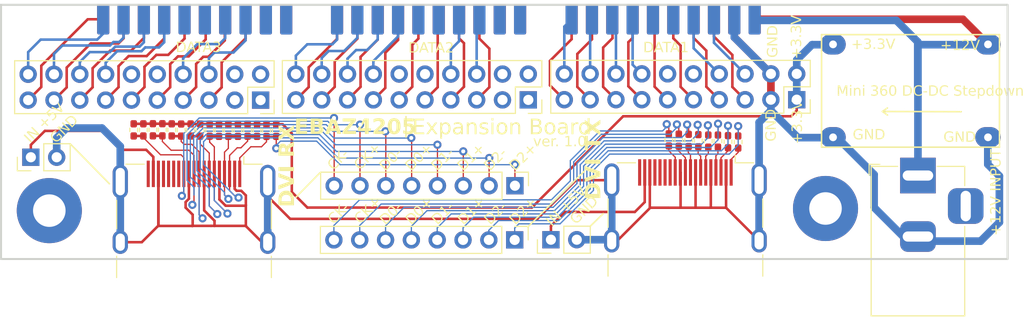
<source format=kicad_pcb>
(kicad_pcb (version 20221018) (generator pcbnew)
  (layers (0 "F.Cu" signal) (31 "B.Cu" signal) (34 "B.Paste" user) (35 "F.Paste" user) (36 "B.SilkS" user "B.Silkscreen") (37 "F.SilkS" user "F.Silkscreen") (38 "B.Mask" user) (39 "F.Mask" user) (44 "Edge.Cuts" user))
  (net 0 "")
  (net 1 "GND")
  (net 6 "+12V")
  (net 7 "+3.3V")
  (net 8 "D1_6")
  (net 9 "D1_8")
  (net 10 "D1_14")
  (net 11 "D1_16")
  (net 12 "D1_18")
  (net 13 "D1_20")
  (net 16 "D1_5")
  (net 17 "D1_7")
  (net 18 "D1_9")
  (net 20 "D1_11")
  (net 21 "D1_13")
  (net 22 "D1_15")
  (net 23 "D1_17")
  (net 24 "D1_19")
  (net 26 "D2_5")
  (net 27 "D2_6")
  (net 28 "D2_7")
  (net 29 "D2_8")
  (net 30 "D2_9")
  (net 31 "D2_11")
  (net 32 "D2_13")
  (net 33 "D2_14")
  (net 34 "D2_15")
  (net 35 "D2_16")
  (net 36 "D2_17")
  (net 37 "D2_18")
  (net 38 "D2_19")
  (net 39 "D2_20")
  (net 42 "D3_5")
  (net 43 "D3_6")
  (net 44 "D3_7")
  (net 45 "D3_8")
  (net 46 "D3_9")
  (net 47 "D3_11")
  (net 48 "D3_13")
  (net 49 "D3_14")
  (net 50 "D3_15")
  (net 51 "D3_16")
  (net 52 "D3_17")
  (net 53 "D3_18")
  (net 54 "D3_19")
  (net 55 "D3_20")
  (net 56 "Net-(J2-D2+)")
  (net 57 "Net-(J2-D2-)")
  (net 58 "Net-(J2-D1+)")
  (net 59 "Net-(J2-D1-)")
  (net 60 "Net-(J2-D0+)")
  (net 61 "Net-(J2-D0-)")
  (net 62 "Net-(J2-CK+)")
  (net 63 "Net-(J2-CK-)")
  (net 69 "Net-(J3-D2+)")
  (net 70 "Net-(J3-D2-)")
  (net 71 "Net-(J3-D1+)")
  (net 72 "Net-(J3-D1-)")
  (net 73 "Net-(J3-D0+)")
  (net 74 "Net-(J3-D0-)")
  (net 75 "Net-(J3-CK+)")
  (net 76 "Net-(J3-CK-)")
  (net 82 "Net-(J5-Pin_1)")
  (net 83 "Net-(J5-Pin_2)")
  (net 84 "Net-(J5-Pin_3)")
  (net 85 "Net-(J5-Pin_4)")
  (net 86 "Net-(J5-Pin_5)")
  (net 87 "Net-(J5-Pin_6)")
  (net 88 "Net-(J5-Pin_7)")
  (net 89 "Net-(J5-Pin_8)")
  (net 90 "Net-(J2-+5V)")
  (net 91 "Net-(J3-+5V)")
  (net 95 "unconnected-(DATA2-Pin_4-Pad4)")
  (net 96 "unconnected-(DATA2-Pin_3-Pad3)")
  (net 105 "unconnected-(DATA3_OUT1-Pin_1-Pad1)")
  (net 109 "unconnected-(DATA3_OUT1-Pin_12-Pad12)")
  (footprint "Connector_PinHeader_2.54mm:PinHeader_1x08_P2.54mm_Vertical" (layer "F.Cu") (at 67.84 40.83 -90)
    (fp_text reference "J5" hide)
    (fp_text value "Conn_01x08_Pin" hide)
  )
  (footprint "Resistor_SMD:R_0402_1005Metric_Pad0.72x0.64mm_HandSolder" (layer "F.Cu") (at 86.88 31.1125 -90)
    (fp_text reference "R4" hide)
    (fp_text value "220" hide)
  )
  (footprint "Mini360:Mini360_step-down" (layer "F.Cu") (at 106.77 26.17 180)
    (fp_text reference "U1" hide)
    (fp_text value "Mini360")
  )
  (footprint "Resistor_SMD:R_0402_1005Metric_Pad0.72x0.64mm_HandSolder" (layer "F.Cu") (at 37.84 30.0375 90)
    (fp_text reference "R16" hide)
    (fp_text value "100" hide)
  )
  (footprint "Resistor_SMD:R_0402_1005Metric_Pad0.72x0.64mm_HandSolder" (layer "F.Cu") (at 85.9 31.0725 -90)
    (fp_text reference "R5" hide)
    (fp_text value "220" hide)
  )
  (footprint "Connector_HDMI:HDMI_A_Molex_208658-1001_Horizontal" (layer "F.Cu") (at 36.3 37.62 -90)
    (fp_text reference "J3" hide)
    (fp_text value "HDMI RX" hide)
  )
  (footprint "Resistor_SMD:R_0402_1005Metric_Pad0.72x0.64mm_HandSolder" (layer "F.Cu") (at 35.04 30.0275 90)
    (fp_text reference "R19" hide)
    (fp_text value "100" hide)
  )
  (footprint "Resistor_SMD:R_0402_1005Metric_Pad0.72x0.64mm_HandSolder" (layer "F.Cu") (at 38.76 30.05 90)
    (fp_text reference "R15" hide)
    (fp_text value "100" hide)
  )
  (footprint "Resistor_SMD:R_0402_1005Metric_Pad0.72x0.64mm_HandSolder" (layer "F.Cu") (at 34.11 30.01 90)
    (fp_text reference "R20" hide)
    (fp_text value "100" hide)
  )
  (footprint "Resistor_SMD:R_0402_1005Metric_Pad0.72x0.64mm_HandSolder" (layer "F.Cu") (at 89.82 31.2025 -90)
    (fp_text reference "R1" hide)
    (fp_text value "220" hide)
  )
  (footprint "Connector_PinSocket_2.54mm:PinSocket_2x10_P2.54mm_Vertical" (layer "F.Cu") (at 42.85 27.08 -90)
    (fp_text reference "DATA3_OUT1" hide)
    (fp_text value "Conn_02x10_Odd_Even" hide)
  )
  (footprint "Connector_PinHeader_2.54mm:PinHeader_1x08_P2.54mm_Vertical" (layer "F.Cu") (at 67.865 35.5 -90)
    (fp_text reference "J6" hide)
    (fp_text value "Conn_01x08_Pin" hide)
  )
  (footprint "Connector_PinSocket_2.54mm:PinSocket_2x10_P2.54mm_Vertical" (layer "F.Cu") (at 95.58 27.04 -90)
    (fp_text reference "DATA1_OUT1" hide)
    (fp_text value "Conn_02x10_Odd_Even" hide)
  )
  (footprint "Connector_PinHeader_2.54mm:PinHeader_1x02_P2.54mm_Vertical" (layer "F.Cu") (at 71.405 40.81 90)
    (fp_text reference "J4" hide)
    (fp_text value "Conn_01x02_Pin" hide)
  )
  (footprint "CardEdge_2x10_P2.00mm_TopBottom_Separated:CardEdge_2x10_P2.00mm_TopBottom_Separated" (layer "F.Cu") (at 59.37 17.6)
    (fp_text reference "DATA2" hide)
    (fp_text value "Conn_02x10_Odd_Even" hide)
  )
  (footprint "Resistor_SMD:R_0402_1005Metric_Pad0.72x0.64mm_HandSolder" (layer "F.Cu") (at 31.32 30.01 90)
    (fp_text reference "R23" hide)
    (fp_text value "100" hide)
  )
  (footprint "Resistor_SMD:R_0402_1005Metric_Pad0.72x0.64mm_HandSolder" (layer "F.Cu") (at 35.97 30.0175 90)
    (fp_text reference "R18" hide)
    (fp_text value "100" hide)
  )
  (footprint "Resistor_SMD:R_0402_1005Metric_Pad0.72x0.64mm_HandSolder" (layer "F.Cu") (at 39.68 30.05 90)
    (fp_text reference "R14" hide)
    (fp_text value "100" hide)
  )
  (footprint "Connector_BarrelJack:BarrelJack_Horizontal" (layer "F.Cu") (at 107.5 34.5 90)
    (fp_text reference "J1" hide)
    (fp_text value "Barrel_Jack" hide)
  )
  (footprint "Resistor_SMD:R_0402_1005Metric_Pad0.72x0.64mm_HandSolder" (layer "F.Cu") (at 32.26 30 90)
    (fp_text reference "R22" hide)
    (fp_text value "100" hide)
  )
  (footprint "CardEdge_2x10_P2.00mm_TopBottom_Separated:CardEdge_2x10_P2.00mm_TopBottom_Separated" (layer "F.Cu") (at 36.37 17.6)
    (fp_text reference "DATA3" hide)
    (fp_text value "Conn_02x10_Odd_Even" hide)
  )
  (footprint "CardEdge_2x10_P2.00mm_TopBottom_Separated:CardEdge_2x10_P2.00mm_TopBottom_Separated" (layer "F.Cu") (at 82.44 17.6)
    (fp_text reference "DATA1" hide)
    (fp_text value "Conn_02x10_Odd_Even" hide)
  )
  (footprint "Connector_PinSocket_2.54mm:PinSocket_2x10_P2.54mm_Vertical" (layer "F.Cu") (at 69.18 27.06 -90)
    (fp_text reference "DATA2_OUT1" hide)
    (fp_text value "Conn_02x10_Odd_Even" hide)
  )
  (footprint "Resistor_SMD:R_0402_1005Metric_Pad0.72x0.64mm_HandSolder" (layer "F.Cu") (at 84.95 31.0425 -90)
    (fp_text reference "R6" hide)
    (fp_text value "220" hide)
  )
  (footprint "Resistor_SMD:R_0402_1005Metric_Pad0.72x0.64mm_HandSolder" (layer "F.Cu") (at 40.62 30.05 90)
    (fp_text reference "R13" hide)
    (fp_text value "100" hide)
  )
  (footprint "Resistor_SMD:R_0402_1005Metric_Pad0.72x0.64mm_HandSolder" (layer "F.Cu") (at 42.5 30.05 90)
    (fp_text reference "R11" hide)
    (fp_text value "100" hide)
  )
  (footprint "Resistor_SMD:R_0402_1005Metric_Pad0.72x0.64mm_HandSolder" (layer "F.Cu") (at 43.43 30.0575 90)
    (fp_text reference "R10" hide)
    (fp_text value "100" hide)
  )
  (footprint "Resistor_SMD:R_0402_1005Metric_Pad0.72x0.64mm_HandSolder" (layer "F.Cu") (at 83 30.9925 -90)
    (fp_text reference "R8" hide)
    (fp_text value "220" hide)
  )
  (footprint "Resistor_SMD:R_0402_1005Metric_Pad0.72x0.64mm_HandSolder" (layer "F.Cu") (at 44.39 30.05 90)
    (fp_text reference "R9" hide)
    (fp_text value "100" hide)
  )
  (footprint "Resistor_SMD:R_0402_1005Metric_Pad0.72x0.64mm_HandSolder" (layer "F.Cu") (at 30.37 30.01 90)
    (fp_text reference "R24" hide)
    (fp_text value "100" hide)
  )
  (footprint "Connector_PinHeader_2.54mm:PinHeader_1x02_P2.54mm_Vertical" (layer "F.Cu") (at 20.255 32.7 90)
    (fp_text reference "J7" hide)
    (fp_text value "Conn_01x02_Pin" hide)
  )
  (footprint "Resistor_SMD:R_0402_1005Metric_Pad0.72x0.64mm_HandSolder" (layer "F.Cu") (at 83.98 31.0225 -90)
    (fp_text reference "R7" hide)
    (fp_text value "220" hide)
  )
  (footprint "MountingHole:MountingHole_3.2mm_M3_Pad" (layer "F.Cu") (at 98.41 37.74 -90)
    (fp_text reference "H1" hide)
    (fp_text value "MountingHole" hide)
  )
  (footprint "Resistor_SMD:R_0402_1005Metric_Pad0.72x0.64mm_HandSolder" (layer "F.Cu") (at 88.82 31.1725 -90)
    (fp_text reference "R2" hide)
    (fp_text value "220" hide)
  )
  (footprint "Connector_HDMI:HDMI_A_Molex_208658-1001_Horizontal" (layer "F.Cu") (at 84.63 37.48 -90)
    (fp_text reference "J2" hide)
    (fp_text value "HDMI TX" hide)
  )
  (footprint "Resistor_SMD:R_0402_1005Metric_Pad0.72x0.64mm_HandSolder" (layer "F.Cu") (at 87.83 31.1125 -90)
    (fp_text reference "R3" hide)
    (fp_text value "220" hide)
  )
  (footprint "Resistor_SMD:R_0402_1005Metric_Pad0.72x0.64mm_HandSolder" (layer "F.Cu") (at 33.19 30 90)
    (fp_text reference "R21" hide)
    (fp_text value "100" hide)
  )
  (footprint "Resistor_SMD:R_0402_1005Metric_Pad0.72x0.64mm_HandSolder" (layer "F.Cu") (at 41.57 30.04 90)
    (fp_text reference "R12" hide)
    (fp_text value "100" hide)
  )
  (footprint "MountingHole:MountingHole_3.2mm_M3_Pad" (layer "F.Cu") (at 22.07 37.95 -90)
    (fp_text reference "H2" hide)
    (fp_text value "MountingHole" hide)
  )
  (footprint "Resistor_SMD:R_0402_1005Metric_Pad0.72x0.64mm_HandSolder" (layer "F.Cu") (at 36.9 30.03 90)
    (fp_text reference "R17" hide)
    (fp_text value "100" hide)
  )
  (gr_line (start 104.01 28.2) (end 104.51 28.56) (stroke (width 0.15)) (layer "F.SilkS"))
  (gr_line (start 24.15125 31.405625) (end 27.98 35.31) (stroke (width 0.15)) (layer "F.SilkS"))
  (gr_line (start 111.76 28.22) (end 104.01 28.2) (stroke (width 0.15)) (layer "F.SilkS"))
  (gr_line (start 75.275 39.48) (end 76.5525 38.23875) (stroke (width 0.15)) (layer "F.SilkS"))
  (gr_line (start 69.125 39.5525) (end 74.69 34.07) (stroke (width 0.15)) (layer "F.SilkS"))
  (gr_line (start 104.01 28.2) (end 104.5 27.85) (stroke (width 0.15)) (layer "F.SilkS"))
  (gr_line (start 48.69 34.225) (end 46.33 36.63) (stroke (width 0.15)) (layer "F.SilkS"))
  (gr_line (start 57.15 28.7) (end 57.15 30.72) (stroke (width 0.15)) (layer "F.SilkS"))
  (gr_rect (start 17.32 17.71) (end 116.32 42.71) (stroke (width 0.2)) (fill none) (layer "Edge.Cuts"))
  (gr_text "IN +5V" (at 20.29 31.48 45) (layer "F.SilkS") (effects (font (size 1 1)) (justify left bottom)))
  (gr_text "D2+" (at 67.98 34.23 45) (layer "F.SilkS") (effects (font (size 1 1)) (justify left bottom)))
  (gr_text "GND" (at 73.975 39.48 45) (layer "F.SilkS") (effects (font (size 1 1)) (justify left bottom)))
  (gr_text "+3.3V" (at 96.26 31.43 90) (layer "F.SilkS") (effects (font (size 1 1)) (justify left bottom)))
  (gr_text "Expansion Board" (at 57.75 30.69) (layer "F.SilkS") (effects (font (size 1.5 1.5) (thickness 0.1875)) (justify left bottom)))
  (gr_text "D0-" (at 55.24 39.54 45) (layer "F.SilkS") (effects (font (size 1 1)) (justify left bottom)))
  (gr_text "+12V INPUT" (at 115.79 40.42 90) (layer "F.SilkS") (effects (font (size 1 1)) (justify left bottom)))
  (gr_text "DVI RX" (at 46.39 37.62 90) (layer "F.SilkS") (effects (font (size 1.5 1.5) (thickness 0.3) bold) (justify left bottom)))
  (gr_text "GND" (at 93.68 31.16 90) (layer "F.SilkS") (effects (font (size 1 1)) (justify left bottom)))
  (gr_text "+3.3V" (at 96.18 23.06 90) (layer "F.SilkS") (effects (font (size 1 1)) (justify left bottom)))
  (gr_text "D1-" (at 60.32 34.22 45) (layer "F.SilkS") (effects (font (size 1 1)) (justify left bottom)))
  (gr_text "DATA1" (at 80.47 22.54) (layer "F.SilkS") (effects (font (size 1 1)) (justify left bottom)))
  (gr_text "D2-" (at 65.54 39.52 45) (layer "F.SilkS") (effects (font (size 1 1)) (justify left bottom)))
  (gr_text "D0+" (at 57.76 34.24 45) (layer "F.SilkS") (effects (font (size 1 1)) (justify left bottom)))
  (gr_text "CK+" (at 52.73 34.14 45) (layer "F.SilkS") (effects (font (size 1 1)) (justify left bottom)))
  (gr_text "DATA2" (at 57.38 22.57) (layer "F.SilkS") (effects (font (size 1 1)) (justify left bottom)))
  (gr_text "GND" (at 101.08 31.11) (layer "F.SilkS") (effects (font (size 1 1)) (justify left bottom)))
  (gr_text "Mini 360 DC-DC Stepdown" (at 99.48 26.82) (layer "F.SilkS") (effects (font (size 1 1)) (justify left bottom)))
  (gr_text "GND" (at 110 31.35) (layer "F.SilkS") (effects (font (size 1 1)) (justify left bottom)))
  (gr_text "D2+" (at 68.01 39.53 45) (layer "F.SilkS") (effects (font (size 1 1)) (justify left bottom)))
  (gr_text "DVI TX" (at 76.52 36.9 90) (layer "F.SilkS") (effects (font (size 1.5 1.5) (thickness 0.3) bold) (justify left bottom)))
  (gr_text "GND" (at 93.84 22.92 90) (layer "F.SilkS") (effects (font (size 1 1)) (justify left bottom)))
  (gr_text "D2-" (at 65.51 34.22 45) (layer "F.SilkS") (effects (font (size 1 1)) (justify left bottom)))
  (gr_text "D1-" (at 60.35 39.52 45) (layer "F.SilkS") (effects (font (size 1 1)) (justify left bottom)))
  (gr_text "CK-" (at 50.12 34.17 45) (layer "F.SilkS") (effects (font (size 1 1)) (justify left bottom)))
  (gr_text "+12V" (at 109.69 22.33) (layer "F.SilkS") (effects (font (size 1 1)) (justify left bottom)))
  (gr_text "CK+" (at 52.76 39.44 45) (layer "F.SilkS") (effects (font (size 1 1)) (justify left bottom)))
  (gr_text "D0+" (at 57.79 39.54 45) (layer "F.SilkS") (effects (font (size 1 1)) (justify left bottom)))
  (gr_text "+3.3V" (at 100.93 22.22) (layer "F.SilkS") (effects (font (size 1 1)) (justify left bottom)))
  (gr_text "D1+" (at 62.89 34.24 45) (layer "F.SilkS") (effects (font (size 1 1)) (justify left bottom)))
  (gr_text "CK-" (at 50.15 39.47 45) (layer "F.SilkS") (effects (font (size 1 1)) (justify left bottom)))
  (gr_text "ver. 1.0" (at 69.65 31.79) (layer "F.SilkS") (effects (font (size 1 1)) (justify left bottom)))
  (gr_text "DATA3" (at 34.49 22.52) (layer "F.SilkS") (effects (font (size 1 1)) (justify left bottom)))
  (gr_text "EBAZ4205" (at 46.15 30.67) (layer "F.SilkS") (effects (font (size 1.5 1.5) (thickness 0.3) bold) (justify left bottom)))
  (gr_text "D0-" (at 55.21 34.24 45) (layer "F.SilkS") (effects (font (size 1 1)) (justify left bottom)))
  (gr_text "GND\n" (at 22.83 31.5 45) (layer "F.SilkS") (effects (font (size 1 1)) (justify left bottom)))
  (gr_text "D1+" (at 62.92 39.54 45) (layer "F.SilkS") (effects (font (size 1 1)) (justify left bottom)))
  (gr_text "IN +5V" (at 71.62 39.7 45) (layer "F.SilkS") (effects (font (size 1 1)) (justify left bottom)))
  (segment (start 40.49 36) (end 40.95 36) (width 0.25) (layer "F.Cu") (net 1))
  (segment (start 41.35 37.47) (end 41.4 37.42) (width 0.25) (layer "F.Cu") (net 1))
  (segment (start 41.4 39.43) (end 41.38 39.45) (width 0.25) (layer "F.Cu") (net 1))
  (segment (start 85.63 37.665) (end 87.12 37.665) (width 0.25) (layer "F.Cu") (net 1))
  (segment (start 87.12 37.665) (end 88.63 37.665) (width 0.25) (layer "F.Cu") (net 1))
  (segment (start 43.55 36.55) (end 43.55 35.095) (width 0.25) (layer "F.Cu") (net 1))
  (segment (start 85.63 34.195) (end 85.63 37.665) (width 0.25) (layer "F.Cu") (net 1))
  (segment (start 87.13 34.195) (end 87.13 37.655) (width 0.25) (layer "F.Cu") (net 1))
  (segment (start 22.595 32.6) (end 22.655 32.66) (width 0.25) (layer "F.Cu") (net 1))
  (segment (start 77.925 40.915) (end 81.175 37.665) (width 0.25) (layer "F.Cu") (net 1))
  (segment (start 41.4 39.43) (end 41.4 39.47) (width 0.25) (layer "F.Cu") (net 1))
  (segment (start 35.4755 37.654417) (end 36.17 38.348917) (width 0.25) (layer "F.Cu") (net 1))
  (segment (start 35.8 34.335) (end 35.8 36.781083) (width 0.25) (layer "F.Cu") (net 1))
  (segment (start 32.8 39.42) (end 32.8 34.335) (width 0.25) (layer "F.Cu") (net 1))
  (segment (start 42.985 41.055) (end 43.55 41.055) (width 0.25) (layer "F.Cu") (net 1))
  (segment (start 35.8 36.781083) (end 35.4755 37.105583) (width 0.25) (layer "F.Cu") (net 1))
  (segment (start 41.11 37.47) (end 41.35 37.47) (width 0.25) (layer "F.Cu") (net 1))
  (segment (start 37.3 34.335) (end 37.3 37.930287) (width 0.25) (layer "F.Cu") (net 1))
  (segment (start 84.155 34.205) (end 84.155 37.61) (width 0.25) (layer "F.Cu") (net 1))
  (segment (start 45.76 38.76) (end 43.55 36.55) (width 0.25) (layer "F.Cu") (net 1))
  (segment (start 41.4 36.45) (end 41.4 37.42) (width 0.25) (layer "F.Cu") (net 1))
  (segment (start 88.63 34.195) (end 88.63 37.665) (width 0.25) (layer "F.Cu") (net 1))
  (segment (start 39.41379 37.47) (end 38.8 36.85621) (width 0.25) (layer "F.Cu") (net 1))
  (segment (start 83 37.665) (end 84.21 37.665) (width 0.25) (layer "F.Cu") (net 1))
  (segment (start 84.13 34.195) (end 84.145 34.195) (width 0.25) (layer "F.Cu") (net 1))
  (segment (start 81.175 37.665) (end 83 37.665) (width 0.25) (layer "F.Cu") (net 1))
  (segment (start 38.8 36.85621) (end 38.8 34.335) (width 0.25) (layer "F.Cu") (net 1))
  (segment (start 77.38 34.955) (end 73.875 34.955) (width 0.25) (layer "F.Cu") (net 1))
  (segment (start 32.8 39.455) (end 36.125 39.455) (width 0.25) (layer "F.Cu") (net 1))
  (segment (start 87.13 37.655) (end 87.12 37.665) (width 0.25) (layer "F.Cu") (net 1))
  (segment (start 29.05 41.055) (end 31.165 41.055) (width 0.25) (layer "F.Cu") (net 1))
  (segment (start 40.95 36) (end 41.4 36.45) (width 0.25) (layer "F.Cu") (net 1))
  (segment (start 37.3 37.930287) (end 38.317089 38.947376) (width 0.25) (layer "F.Cu") (net 1))
  (segment (start 41.4 39.47) (end 42.985 41.055) (width 0.25) (layer "F.Cu") (net 1))
  (segment (start 40.3 35.81) (end 40.49 36) (width 0.25) (layer "F.Cu") (net 1))
  (segment (start 36.17 39.45) (end 37.973083 39.45) (width 0.25) (layer "F.Cu") (net 1))
  (segment (start 40.3 34.335) (end 40.3 35.81) (width 0.25) (layer "F.Cu") (net 1))
  (segment (start 31.165 41.055) (end 32.8 39.42) (width 0.25) (layer "F.Cu") (net 1))
  (segment (start 84.145 34.195) (end 84.155 34.205) (width 0.25) (layer "F.Cu") (net 1))
  (segment (start 93.04 24.5) (end 93.04 27.04) (width 0.75) (layer "F.Cu") (net 1))
  (segment (start 70.07 38.76) (end 45.76 38.76) (width 0.25) (layer "F.Cu") (net 1))
  (segment (start 89.44 20.9) (end 93.04 24.5) (width 0.75) (layer "F.Cu") (net 1))
  (segment (start 89.44 19.13) (end 89.44 20.9) (width 0.75) (layer "F.Cu") (net 1))
  (segment (start 41.38 39.45) (end 38.317089 39.45) (width 0.25) (layer "F.Cu") (net 1))
  (segment (start 38.317089 39.45) (end 37.973083 39.45) (width 0.25) (layer "F.Cu") (net 1))
  (segment (start 38.317089 38.947376) (end 38.317089 39.45) (width 0.25) (layer "F.Cu") (net 1))
  (segment (start 35.4755 37.105583) (end 35.4755 37.654417) (width 0.25) (layer "F.Cu") (net 1))
  (segment (start 36.13 39.45) (end 36.17 39.45) (width 0.25) (layer "F.Cu") (net 1))
  (segment (start 84.155 37.61) (end 84.21 37.665) (width 0.25) (layer "F.Cu") (net 1))
  (segment (start 81.13 37.665) (end 83 37.665) (width 0.25) (layer "F.Cu") (net 1))
  (segment (start 73.875 34.955) (end 70.07 38.76) (width 0.25) (layer "F.Cu") (net 1))
  (segment (start 77.38 40.915) (end 77.925 40.915) (width 0.25) (layer "F.Cu") (net 1))
  (segment (start 81.13 34.195) (end 81.13 37.665) (width 0.25) (layer "F.Cu") (net 1))
  (segment (start 32.8 34.335) (end 32.8 39.455) (width 0.25) (layer "F.Cu") (net 1))
  (segment (start 36.125 39.455) (end 36.13 39.45) (width 0.25) (layer "F.Cu") (net 1))
  (segment (start 88.63 37.665) (end 91.88 40.915) (width 0.25) (layer "F.Cu") (net 1))
  (segment (start 41.4 37.42) (end 41.4 39.43) (width 0.25) (layer "F.Cu") (net 1))
  (segment (start 41.11 37.47) (end 39.41379 37.47) (width 0.25) (layer "F.Cu") (net 1))
  (segment (start 84.21 37.665) (end 85.63 37.665) (width 0.25) (layer "F.Cu") (net 1))
  (segment (start 36.17 38.348917) (end 36.17 39.45) (width 0.25) (layer "F.Cu") (net 1))
  (segment (start 95.7 30.77) (end 99.13 30.77) (width 0.75) (layer "B.Cu") (net 1))
  (segment (start 27.25 29.83) (end 23.76 29.83) (width 0.75) (layer "B.Cu") (net 1))
  (segment (start 22.795 30.795) (end 22.795 32.7) (width 0.75) (layer "B.Cu") (net 1))
  (segment (start 114.37 30.77) (end 114.37 33.4) (width 0.75) (layer "B.Cu") (net 1))
  (segment (start 99.56 30.77) (end 99.13 30.77) (width 0.75) (layer "B.Cu") (net 1))
  (segment (start 77.22 34.955) (end 77.38 34.955) (width 0.25) (layer "B.Cu") (net 1))
  (segment (start 29.05 35.095) (end 29.05 31.63) (width 0.75) (layer "B.Cu") (net 1))
  (segment (start 29.05 41.055) (end 29.05 35.095) (width 0.75) (layer "B.Cu") (net 1))
  (segment (start 89.44 20.9) (end 93.04 24.5) (width 0.75) (layer "B.Cu") (net 1))
  (segment (start 115.51 34.54) (end 115.51 39.1) (width 0.75) (layer "B.Cu") (net 1))
  (segment (start 73.945 40.81) (end 77.275 40.81) (width 0.75) (layer "B.Cu") (net 1))
  (segment (start 107.95 40.95) (end 107.5 40.5) (width 0.25) (layer "B.Cu") (net 1))
  (segment (start 115.51 39.1) (end 113.66 40.95) (width 0.75) (layer "B.Cu") (net 1))
  (segment (start 106.05 40.5) (end 103.19 37.64) (width 0.75) (layer "B.Cu") (net 1))
  (segment (start 103.19 37.64) (end 103.19 34.4) (width 0.75) (layer "B.Cu") (net 1))
  (segment (start 93.04 28.11) (end 95.7 30.77) (width 0.75) (layer "B.Cu") (net 1))
  (segment (start 93.04 27.04) (end 93.04 28.11) (width 0.75) (layer "B.Cu") (net 1))
  (segment (start 103.19 34.4) (end 99.56 30.77) (width 0.75) (layer "B.Cu") (net 1))
  (segment (start 113.66 40.95) (end 107.95 40.95) (width 0.75) (layer "B.Cu") (net 1))
  (segment (start 91.88 34.955) (end 91.88 29.27) (width 0.75) (layer "B.Cu") (net 1))
  (segment (start 23.76 29.83) (end 22.795 30.795) (width 0.75) (layer "B.Cu") (net 1))
  (segment (start 77.275 40.81) (end 77.38 40.915) (width 0.25) (layer "B.Cu") (net 1))
  (segment (start 91.88 29.27) (end 93.04 28.11) (width 0.75) (layer "B.Cu") (net 1))
  (segment (start 43.55 35.095) (end 43.55 41.055) (width 0.75) (layer "B.Cu") (net 1))
  (segment (start 107.5 40.5) (end 106.05 40.5) (width 0.75) (layer "B.Cu") (net 1))
  (segment (start 77.38 40.915) (end 77.38 34.955) (width 0.75) (layer "B.Cu") (net 1))
  (segment (start 29.05 31.63) (end 27.25 29.83) (width 0.75) (layer "B.Cu") (net 1))
  (segment (start 91.88 40.915) (end 91.88 34.955) (width 0.75) (layer "B.Cu") (net 1))
  (segment (start 114.37 33.4) (end 115.51 34.54) (width 0.75) (layer "B.Cu") (net 1))
  (segment (start 89.44 19.13) (end 89.44 20.9) (width 0.75) (layer "B.Cu") (net 1))
  (segment (start 91.44 19.13) (end 91.56 19.25) (width 0.75) (layer "F.Cu") (net 6))
  (segment (start 91.44 19.13) (end 111.92 19.13) (width 0.75) (layer "F.Cu") (net 6))
  (segment (start 111.92 19.13) (end 114.39 21.6) (width 0.75) (layer "F.Cu") (net 6))
  (segment (start 107.5 26.32) (end 107.5 21.63) (width 0.75) (layer "B.Cu") (net 6))
  (segment (start 107.5 21.63) (end 114.37 21.63) (width 0.75) (layer "B.Cu") (net 6))
  (segment (start 107.5 34.5) (end 107.5 26.32) (width 0.75) (layer "B.Cu") (net 6))
  (segment (start 114.37 22.08) (end 114.37 21.63) (width 0.75) (layer "B.Cu") (net 6))
  (segment (start 91.44 19.13) (end 91.55 19.24) (width 0.75) (layer "B.Cu") (net 6))
  (segment (start 105.37 19.24) (end 107.48 21.35) (width 0.75) (layer "B.Cu") (net 6))
  (segment (start 107.48 21.35) (end 107.48 26.3) (width 0.75) (layer "B.Cu") (net 6))
  (segment (start 91.58 19.27) (end 91.44 19.13) (width 0.25) (layer "B.Cu") (net 6))
  (segment (start 107.48 26.3) (end 107.5 26.32) (width 0.75) (layer "B.Cu") (net 6))
  (segment (start 91.55 19.24) (end 105.37 19.24) (width 0.75) (layer "B.Cu") (net 6))
  (segment (start 41.57 29.4425) (end 40.63 29.4425) (width 0.25) (layer "F.Cu") (net 7))
  (segment (start 39.68 29.4525) (end 38.76 29.4525) (width 0.25) (layer "F.Cu") (net 7))
  (segment (start 35.04 29.43) (end 34.1275 29.43) (width 0.25) (layer "F.Cu") (net 7))
  (segment (start 34.1275 29.43) (end 34.11 29.4125) (width 0.25) (layer "F.Cu") (net 7))
  (segment (start 38.76 29.4525) (end 37.8525 29.4525) (width 0.25) (layer "F.Cu") (net 7))
  (segment (start 95.02 28.67) (end 78.51 28.67) (width 0.25) (layer "F.Cu") (net 7))
  (segment (start 40.63 29.4425) (end 40.62 29.4525) (width 0.25) (layer "F.Cu") (net 7))
  (segment (start 43.43 29.46) (end 42.5075 29.46) (width 0.25) (layer "F.Cu") (net 7))
  (segment (start 41.58 29.4525) (end 41.57 29.4425) (width 0.25) (layer "F.Cu") (net 7))
  (segment (start 42.5 29.4525) (end 41.58 29.4525) (width 0.25) (layer "F.Cu") (net 7))
  (segment (start 37.8525 29.4525) (end 37.84 29.44) (width 0.25) (layer "F.Cu") (net 7))
  (segment (start 31.32 29.4125) (end 30.37 29.4125) (width 0.25) (layer "F.Cu") (net 7))
  (segment (start 40.62 29.4525) (end 39.68 29.4525) (width 0.25) (layer "F.Cu") (net 7))
  (segment (start 95.58 27.61) (end 95.58 27.04) (width 0.25) (layer "F.Cu") (net 7))
  (segment (start 47.45 37.65) (end 45.92 36.12) (width 0.25) (layer "F.Cu") (net 7))
  (segment (start 45.92 30.36) (end 45.0125 29.4525) (width 0.25) (layer "F.Cu") (net 7))
  (segment (start 43.4375 29.4525) (end 43.43 29.46) (width 0.25) (layer "F.Cu") (net 7))
  (segment (start 42.5075 29.46) (end 42.5 29.4525) (width 0.25) (layer "F.Cu") (net 7))
  (segment (start 69.53 37.65) (end 47.45 37.65) (width 0.25) (layer "F.Cu") (net 7))
  (segment (start 35.9825 29.4325) (end 35.97 29.42) (width 0.25) (layer "F.Cu") (net 7))
  (segment (start 36.9075 29.44) (end 36.9 29.4325) (width 0.25) (layer "F.Cu") (net 7))
  (segment (start 44.39 29.4525) (end 43.4375 29.4525) (width 0.25) (layer "F.Cu") (net 7))
  (segment (start 32.26 29.4025) (end 31.33 29.4025) (width 0.25) (layer "F.Cu") (net 7))
  (segment (start 95.58 27.04) (end 95.58 28.11) (width 0.25) (layer "F.Cu") (net 7))
  (segment (start 34.11 29.4125) (end 33.2 29.4125) (width 0.25) (layer "F.Cu") (net 7))
  (segment (start 45.0125 29.4525) (end 44.39 29.4525) (width 0.25) (layer "F.Cu") (net 7))
  (segment (start 45.92 36.12) (end 45.92 30.36) (width 0.25) (layer "F.Cu") (net 7))
  (segment (start 31.33 29.4025) (end 31.32 29.4125) (width 0.25) (layer "F.Cu") (net 7))
  (segment (start 35.05 29.42) (end 35.04 29.43) (width 0.25) (layer "F.Cu") (net 7))
  (segment (start 78.51 28.67) (end 69.53 37.65) (width 0.25) (layer "F.Cu") (net 7))
  (segment (start 33.19 29.4025) (end 32.26 29.4025) (width 0.25) (layer "F.Cu") (net 7))
  (segment (start 33.2 29.4125) (end 33.19 29.4025) (width 0.25) (layer "F.Cu") (net 7))
  (segment (start 37.84 29.44) (end 36.9075 29.44) (width 0.25) (layer "F.Cu") (net 7))
  (segment (start 36.9 29.4325) (end 35.9825 29.4325) (width 0.25) (layer "F.Cu") (net 7))
  (segment (start 95.58 28.11) (end 95.02 28.67) (width 0.25) (layer "F.Cu") (net 7))
  (segment (start 35.97 29.42) (end 35.05 29.42) (width 0.25) (layer "F.Cu") (net 7))
  (segment (start 95.58 27.04) (end 95.58 24.5) (width 0.75) (layer "B.Cu") (net 7))
  (segment (start 95.58 23.14) (end 95.58 24.5) (width 0.75) (layer "B.Cu") (net 7))
  (segment (start 99.13 21.63) (end 97.09 21.63) (width 0.75) (layer "B.Cu") (net 7))
  (segment (start 97.09 21.63) (end 95.58 23.14) (width 0.75) (layer "B.Cu") (net 7))
  (segment (start 87.44 19.13) (end 87.44 21.44) (width 0.25) (layer "B.Cu") (net 8))
  (segment (start 87.44 21.44) (end 90.5 24.5) (width 0.25) (layer "B.Cu") (net 8))
  (segment (start 85.44 19.13) (end 85.44 21.98) (width 0.25) (layer "B.Cu") (net 9))
  (segment (start 85.44 21.98) (end 87.96 24.5) (width 0.25) (layer "B.Cu") (net 9))
  (segment (start 79.44 23.6) (end 80.34 24.5) (width 0.25) (layer "B.Cu") (net 10))
  (segment (start 79.44 19.13) (end 79.44 23.6) (width 0.25) (layer "B.Cu") (net 10))
  (segment (start 77.44 19.13) (end 77.8 19.49) (width 0.25) (layer "B.Cu") (net 11))
  (segment (start 77.8 19.49) (end 77.8 24.5) (width 0.25) (layer "B.Cu") (net 11))
  (segment (start 75.44 19.13) (end 75.26 19.31) (width 0.25) (layer "B.Cu") (net 12))
  (segment (start 75.26 19.31) (end 75.26 24.5) (width 0.25) (layer "B.Cu") (net 12))
  (segment (start 73.44 19.13) (end 72.72 19.85) (width 0.25) (layer "B.Cu") (net 13))
  (segment (start 72.72 19.85) (end 72.72 24.5) (width 0.25) (layer "B.Cu") (net 13))
  (segment (start 89.25 25.79) (end 90.5 27.04) (width 0.25) (layer "F.Cu") (net 16))
  (segment (start 87.44 20.83) (end 89.25 22.64) (width 0.25) (layer "F.Cu") (net 16))
  (segment (start 89.25 22.64) (end 89.25 25.79) (width 0.25) (layer "F.Cu") (net 16))
  (segment (start 87.44 19.13) (end 87.44 20.83) (width 0.25) (layer "F.Cu") (net 16))
  (segment (start 85.44 19.13) (end 85.44 20.97) (width 0.25) (layer "F.Cu") (net 17))
  (segment (start 85.44 20.97) (end 86.69 22.22) (width 0.25) (layer "F.Cu") (net 17))
  (segment (start 86.69 22.22) (end 86.69 25.77) (width 0.25) (layer "F.Cu") (net 17))
  (segment (start 86.69 25.77) (end 87.96 27.04) (width 0.25) (layer "F.Cu") (net 17))
  (segment (start 83.44 19.13) (end 83.44 21) (width 0.25) (layer "F.Cu") (net 18))
  (segment (start 83.44 21) (end 84.16 21.72) (width 0.25) (layer "F.Cu") (net 18))
  (segment (start 84.16 21.72) (end 84.16 25.78) (width 0.25) (layer "F.Cu") (net 18))
  (segment (start 84.16 25.78) (end 85.42 27.04) (width 0.25) (layer "F.Cu") (net 18))
  (segment (start 81.6 19.29) (end 81.6 25.76) (width 0.25) (layer "F.Cu") (net 20))
  (segment (start 81.44 19.13) (end 81.6 19.29) (width 0.25) (layer "F.Cu") (net 20))
  (segment (start 81.6 25.76) (end 82.88 27.04) (width 0.25) (layer "F.Cu") (net 20))
  (segment (start 79.02 21.38) (end 79.02 25.72) (width 0.25) (layer "F.Cu") (net 21))
  (segment (start 79.02 25.72) (end 80.34 27.04) (width 0.25) (layer "F.Cu") (net 21))
  (segment (start 79.43 20.97) (end 79.02 21.38) (width 0.25) (layer "F.Cu") (net 21))
  (segment (start 79.43 19.14) (end 79.43 20.97) (width 0.25) (layer "F.Cu") (net 21))
  (segment (start 79.44 19.13) (end 79.43 19.14) (width 0.25) (layer "F.Cu") (net 21))
  (segment (start 77.44 19.13) (end 77.46 19.15) (width 0.25) (layer "F.Cu") (net 22))
  (segment (start 77.46 20.99) (end 76.54 21.91) (width 0.25) (layer "F.Cu") (net 22))
  (segment (start 76.54 25.78) (end 77.8 27.04) (width 0.25) (layer "F.Cu") (net 22))
  (segment (start 77.46 19.15) (end 77.46 20.99) (width 0.25) (layer "F.Cu") (net 22))
  (segment (start 76.54 21.91) (end 76.54 25.78) (width 0.25) (layer "F.Cu") (net 22))
  (segment (start 74 22.54) (end 74 25.78) (width 0.25) (layer "F.Cu") (net 23))
  (segment (start 75.44 19.13) (end 75.44 21.1) (width 0.25) (layer "F.Cu") (net 23))
  (segment (start 74 25.78) (end 75.26 27.04) (width 0.25) (layer "F.Cu") (net 23))
  (segment (start 75.44 21.1) (end 74 22.54) (width 0.25) (layer "F.Cu") (net 23))
  (segment (start 73.44 19.13) (end 73.44 21.09) (width 0.25) (layer "F.Cu") (net 24))
  (segment (start 71.31 23.22) (end 71.31 25.63) (width 0.25) (layer "F.Cu") (net 24))
  (segment (start 71.31 25.63) (end 72.72 27.04) (width 0.25) (layer "F.Cu") (net 24))
  (segment (start 73.44 21.09) (end 71.31 23.22) (width 0.25) (layer "F.Cu") (net 24))
  (segment (start 64.37 19.13) (end 64.37 21.04) (width 0.25) (layer "F.Cu") (net 26))
  (segment (start 64.37 21.04) (end 65.35 22.02) (width 0.25) (layer "F.Cu") (net 26))
  (segment (start 65.35 22.02) (end 65.35 25.81) (width 0.25) (layer "F.Cu") (net 26))
  (segment (start 65.35 25.81) (end 64.1 27.06) (width 0.25) (layer "F.Cu") (net 26))
  (segment (start 64.1 19.4) (end 64.1 24.52) (width 0.25) (layer "B.Cu") (net 27))
  (segment (start 64.37 19.13) (end 64.1 19.4) (width 0.25) (layer "B.Cu") (net 27))
  (segment (start 62.85 21.48) (end 62.37 21) (width 0.25) (layer "F.Cu") (net 28))
  (segment (start 62.85 25.77) (end 62.85 21.48) (width 0.25) (layer "F.Cu") (net 28))
  (segment (start 61.56 27.06) (end 62.85 25.77) (width 0.25) (layer "F.Cu") (net 28))
  (segment (start 62.37 21) (end 62.37 19.13) (width 0.25) (layer "F.Cu") (net 28))
  (segment (start 62.37 19.13) (end 62.37 21.29) (width 0.25) (layer "B.Cu") (net 29))
  (segment (start 61.56 22.1) (end 61.56 24.52) (width 0.25) (layer "B.Cu") (net 29))
  (segment (start 62.37 21.29) (end 61.56 22.1) (width 0.25) (layer "B.Cu") (net 29))
  (segment (start 60.37 19.13) (end 60.27 19.23) (width 0.25) (layer "F.Cu") (net 30))
  (segment (start 60.27 25.81) (end 59.02 27.06) (width 0.25) (layer "F.Cu") (net 30))
  (segment (start 60.27 19.23) (end 60.27 25.81) (width 0.25) (layer "F.Cu") (net 30))
  (segment (start 58.37 19.13) (end 58.37 21.03) (width 0.25) (layer "F.Cu") (net 31))
  (segment (start 58.37 21.03) (end 57.77 21.63) (width 0.25) (layer "F.Cu") (net 31))
  (segment (start 57.77 21.63) (end 57.77 25.77) (width 0.25) (layer "F.Cu") (net 31))
  (segment (start 57.77 25.77) (end 56.48 27.06) (width 0.25) (layer "F.Cu") (net 31))
  (segment (start 55.115 22.425) (end 55.115 25.885) (width 0.25) (layer "F.Cu") (net 32))
  (segment (start 56.37 19.13) (end 56.37 21.17) (width 0.25) (layer "F.Cu") (net 32))
  (segment (start 56.37 21.17) (end 55.115 22.425) (width 0.25) (layer "F.Cu") (net 32))
  (segment (start 55.115 25.885) (end 53.94 27.06) (width 0.25) (layer "F.Cu") (net 32))
  (segment (start 56.37 20.82) (end 53.94 23.25) (width 0.25) (layer "B.Cu") (net 33))
  (segment (start 53.94 23.25) (end 53.94 24.52) (width 0.25) (layer "B.Cu") (net 33))
  (segment (start 56.37 19.13) (end 56.37 20.82) (width 0.25) (layer "B.Cu") (net 33))
  (segment (start 54.37 19.13) (end 54.37 21.14) (width 0.25) (layer "F.Cu") (net 34))
  (segment (start 52.68 25.78) (end 51.4 27.06) (width 0.25) (layer "F.Cu") (net 34))
  (segment (start 52.68 22.83) (end 52.68 25.78) (width 0.25) (layer "F.Cu") (net 34))
  (segment (start 54.37 21.14) (end 52.68 22.83) (width 0.25) (layer "F.Cu") (net 34))
  (segment (start 54.37 21.11) (end 53.32 22.16) (width 0.25) (layer "B.Cu") (net 35))
  (segment (start 54.37 19.13) (end 54.37 21.11) (width 0.25) (layer "B.Cu") (net 35))
  (segment (start 53.32 22.16) (end 52.24 22.16) (width 0.25) (layer "B.Cu") (net 35))
  (segment (start 52.24 22.16) (end 51.4 23) (width 0.25) (layer "B.Cu") (net 35))
  (segment (start 51.4 23) (end 51.4 24.52) (width 0.25) (layer "B.Cu") (net 35))
  (segment (start 52.37 19.13) (end 52.37 21.04) (width 0.25) (layer "F.Cu") (net 36))
  (segment (start 50.14 23.27) (end 50.14 25.78) (width 0.25) (layer "F.Cu") (net 36))
  (segment (start 50.14 25.78) (end 48.86 27.06) (width 0.25) (layer "F.Cu") (net 36))
  (segment (start 52.37 21.04) (end 50.14 23.27) (width 0.25) (layer "F.Cu") (net 36))
  (segment (start 52.37 19.13) (end 52.37 20.95) (width 0.25) (layer "B.Cu") (net 37))
  (segment (start 49.55 22.25) (end 48.86 22.94) (width 0.25) (layer "B.Cu") (net 37))
  (segment (start 48.86 22.94) (end 48.86 24.52) (width 0.25) (layer "B.Cu") (net 37))
  (segment (start 52.37 20.95) (end 51.07 22.25) (width 0.25) (layer "B.Cu") (net 37))
  (segment (start 51.07 22.25) (end 49.55 22.25) (width 0.25) (layer "B.Cu") (net 37))
  (segment (start 50.37 19.13) (end 50.37 21.06) (width 0.25) (layer "F.Cu") (net 38))
  (segment (start 50.37 21.06) (end 47.58 23.85) (width 0.25) (layer "F.Cu") (net 38))
  (segment (start 47.58 23.85) (end 47.58 25.8) (width 0.25) (layer "F.Cu") (net 38))
  (segment (start 47.58 25.8) (end 46.32 27.06) (width 0.25) (layer "F.Cu") (net 38))
  (segment (start 50.37 21.13) (end 49.91 21.59) (width 0.25) (layer "B.Cu") (net 39))
  (segment (start 47.44 21.59) (end 46.32 22.71) (width 0.25) (layer "B.Cu") (net 39))
  (segment (start 49.91 21.59) (end 47.44 21.59) (width 0.25) (layer "B.Cu") (net 39))
  (segment (start 46.32 22.71) (end 46.32 24.52) (width 0.25) (layer "B.Cu") (net 39))
  (segment (start 50.37 19.13) (end 50.37 21.13) (width 0.25) (layer "B.Cu") (net 39))
  (segment (start 41.37 21.01) (end 39.02 23.36) (width 0.25) (layer "F.Cu") (net 42))
  (segment (start 41.37 19.13) (end 41.37 21.01) (width 0.25) (layer "F.Cu") (net 42))
  (segment (start 39.02 23.36) (end 39.02 25.83) (width 0.25) (layer "F.Cu") (net 42))
  (segment (start 39.02 25.83) (end 37.77 27.08) (width 0.25) (layer "F.Cu") (net 42))
  (segment (start 38.31 22.4) (end 37.77 22.94) (width 0.25) (layer "B.Cu") (net 43))
  (segment (start 40.18 22.4) (end 38.31 22.4) (width 0.25) (layer "B.Cu") (net 43))
  (segment (start 37.77 22.94) (end 37.77 24.54) (width 0.25) (layer "B.Cu") (net 43))
  (segment (start 41.37 21.21) (end 40.18 22.4) (width 0.25) (layer "B.Cu") (net 43))
  (segment (start 41.37 19.13) (end 41.37 21.21) (width 0.25) (layer "B.Cu") (net 43))
  (segment (start 37.72 22.82) (end 37.21 22.82) (width 0.25) (layer "F.Cu") (net 44))
  (segment (start 36.51 23.52) (end 36.51 25.8) (width 0.25) (layer "F.Cu") (net 44))
  (segment (start 39.33 19.17) (end 39.33 21.21) (width 0.25) (layer "F.Cu") (net 44))
  (segment (start 36.51 25.8) (end 35.23 27.08) (width 0.25) (layer "F.Cu") (net 44))
  (segment (start 39.33 21.21) (end 37.72 22.82) (width 0.25) (layer "F.Cu") (net 44))
  (segment (start 39.37 19.13) (end 39.33 19.17) (width 0.25) (layer "F.Cu") (net 44))
  (segment (start 37.21 22.82) (end 36.51 23.52) (width 0.25) (layer "F.Cu") (net 44))
  (segment (start 39.37 19.13) (end 39.37 20.99) (width 0.25) (layer "B.Cu") (net 45))
  (segment (start 38.79 21.57) (end 36.63 21.57) (width 0.25) (layer "B.Cu") (net 45))
  (segment (start 35.23 22.97) (end 35.23 24.54) (width 0.25) (layer "B.Cu") (net 45))
  (segment (start 36.63 21.57) (end 35.23 22.97) (width 0.25) (layer "B.Cu") (net 45))
  (segment (start 39.37 20.99) (end 38.79 21.57) (width 0.25) (layer "B.Cu") (net 45))
  (segment (start 35.78 22.78) (end 34.72 22.78) (width 0.25) (layer "F.Cu") (net 46))
  (segment (start 34.72 22.78) (end 33.96 23.54) (width 0.25) (layer "F.Cu") (net 46))
  (segment (start 33.96 25.81) (end 32.69 27.08) (width 0.25) (layer "F.Cu") (net 46))
  (segment (start 37.37 19.13) (end 37.45 19.21) (width 0.25) (layer "F.Cu") (net 46))
  (segment (start 37.45 21.11) (end 35.78 22.78) (width 0.25) (layer "F.Cu") (net 46))
  (segment (start 37.45 19.21) (end 37.45 21.11) (width 0.25) (layer "F.Cu") (net 46))
  (segment (start 33.96 23.54) (end 33.96 25.81) (width 0.25) (layer "F.Cu") (net 46))
  (segment (start 35.37 19.13) (end 35.37 21.03) (width 0.25) (layer "F.Cu") (net 47))
  (segment (start 33.77 22.63) (end 32.6 22.63) (width 0.25) (layer "F.Cu") (net 47))
  (segment (start 32.6 22.63) (end 31.43 23.8) (width 0.25) (layer "F.Cu") (net 47))
  (segment (start 35.37 21.03) (end 33.77 22.63) (width 0.25) (layer "F.Cu") (net 47))
  (segment (start 31.43 23.8) (end 31.43 25.8) (width 0.25) (layer "F.Cu") (net 47))
  (segment (start 31.43 25.8) (end 30.15 27.08) (width 0.25) (layer "F.Cu") (net 47))
  (segment (start 33.37 19.13) (end 33.37 21.025) (width 0.25) (layer "F.Cu") (net 48))
  (segment (start 31.645 22.75) (end 29.87 22.75) (width 0.25) (layer "F.Cu") (net 48))
  (segment (start 28.88 25.81) (end 27.61 27.08) (width 0.25) (layer "F.Cu") (net 48))
  (segment (start 33.37 21.025) (end 31.645 22.75) (width 0.25) (layer "F.Cu") (net 48))
  (segment (start 29.87 22.75) (end 28.88 23.74) (width 0.25) (layer "F.Cu") (net 48))
  (segment (start 28.88 23.74) (end 28.88 25.81) (width 0.25) (layer "F.Cu") (net 48))
  (segment (start 33.37 19.13) (end 33.37 21.39) (width 0.25) (layer "B.Cu") (net 49))
  (segment (start 33.37 21.39) (end 32.86 21.9) (width 0.25) (layer "B.Cu") (net 49))
  (segment (start 27.61 23.406396) (end 27.61 24.54) (width 0.25) (layer "B.Cu") (net 49))
  (segment (start 32.86 21.9) (end 31.503604 21.9) (width 0.25) (layer "B.Cu") (net 49))
  (segment (start 31.133604 22.27) (end 28.746396 22.27) (width 0.25) (layer "B.Cu") (net 49))
  (segment (start 28.746396 22.27) (end 27.61 23.406396) (width 0.25) (layer "B.Cu") (net 49))
  (segment (start 31.503604 21.9) (end 31.133604 22.27) (width 0.25) (layer "B.Cu") (net 49))
  (segment (start 31.37 20.97) (end 30.13 22.21) (width 0.25) (layer "F.Cu") (net 50))
  (segment (start 26.33 23.94) (end 26.33 25.82) (width 0.25) (layer "F.Cu") (net 50))
  (segment (start 31.37 19.13) (end 31.37 20.97) (width 0.25) (layer "F.Cu") (net 50))
  (segment (start 30.13 22.21) (end 28.06 22.21) (width 0.25) (layer "F.Cu") (net 50))
  (segment (start 28.06 22.21) (end 26.33 23.94) (width 0.25) (layer "F.Cu") (net 50))
  (segment (start 26.33 25.82) (end 25.07 27.08) (width 0.25) (layer "F.Cu") (net 50))
  (segment (start 30.947208 21.82) (end 28.56 21.82) (width 0.25) (layer "B.Cu") (net 51))
  (segment (start 25.07 23.33) (end 25.07 24.54) (width 0.25) (layer "B.Cu") (net 51))
  (segment (start 31.37 19.13) (end 31.37 21.397208) (width 0.25) (layer "B.Cu") (net 51))
  (segment (start 28.56 21.82) (end 28.02 22.36) (width 0.25) (layer "B.Cu") (net 51))
  (segment (start 26.04 22.36) (end 25.07 23.33) (width 0.25) (layer "B.Cu") (net 51))
  (segment (start 31.37 21.397208) (end 30.947208 21.82) (width 0.25) (layer "B.Cu") (net 51))
  (segment (start 28.02 22.36) (end 26.04 22.36) (width 0.25) (layer "B.Cu") (net 51))
  (segment (start 29.37 19.13) (end 29.37 21.01) (width 0.25) (layer "F.Cu") (net 52))
  (segment (start 23.78 25.83) (end 22.53 27.08) (width 0.25) (layer "F.Cu") (net 52))
  (segment (start 26.15 21.51) (end 23.78 23.88) (width 0.25) (layer "F.Cu") (net 52))
  (segment (start 29.37 21.01) (end 28.87 21.51) (width 0.25) (layer "F.Cu") (net 52))
  (segment (start 23.78 23.88) (end 23.78 25.83) (width 0.25) (layer "F.Cu") (net 52))
  (segment (start 28.87 21.51) (end 26.15 21.51) (width 0.25) (layer "F.Cu") (net 52))
  (segment (start 23.36 21.71) (end 22.53 22.54) (width 0.25) (layer "B.Cu") (net 53))
  (segment (start 29.37 19.13) (end 29.37 20.94) (width 0.25) (layer "B.Cu") (net 53))
  (segment (start 28.033604 21.71) (end 23.36 21.71) (width 0.25) (layer "B.Cu") (net 53))
  (segment (start 22.53 22.54) (end 22.53 24.54) (width 0.25) (layer "B.Cu") (net 53))
  (segment (start 29.37 20.94) (end 28.94 21.37) (width 0.25) (layer "B.Cu") (net 53))
  (segment (start 28.373604 21.37) (end 28.033604 21.71) (width 0.25) (layer "B.Cu") (net 53))
  (segment (start 28.94 21.37) (end 28.373604 21.37) (width 0.25) (layer "B.Cu") (net 53))
  (segment (start 27.37 19.13) (end 25.85 19.13) (width 0.25) (layer "F.Cu") (net 54))
  (segment (start 21.28 25.79) (end 19.99 27.08) (width 0.25) (layer "F.Cu") (net 54))
  (segment (start 21.28 23.7) (end 21.28 25.79) (width 0.25) (layer "F.Cu") (net 54))
  (segment (start 25.85 19.13) (end 21.28 23.7) (width 0.25) (layer "F.Cu") (net 54))
  (segment (start 27.37 20.54) (end 26.78 21.13) (width 0.25) (layer "B.Cu") (net 55))
  (segment (start 19.99 22.36) (end 19.99 24.54) (width 0.25) (layer "B.Cu") (net 55))
  (segment (start 21.22 21.13) (end 19.99 22.36) (width 0.25) (layer "B.Cu") (net 55))
  (segment (start 26.78 21.13) (end 21.22 21.13) (width 0.25) (layer "B.Cu") (net 55))
  (segment (start 27.37 19.13) (end 27.37 20.54) (width 0.25) (layer "B.Cu") (net 55))
  (segment (start 89.105 34.17) (end 89.105 32.925) (width 0.125) (layer "F.Cu") (net 56))
  (segment (start 89.105 32.925) (end 89.82 32.21) (width 0.125) (layer "F.Cu") (net 56))
  (segment (start 89.13 34.195) (end 89.105 34.17) (width 0.125) (layer "F.Cu") (net 56))
  (segment (start 89.82 32.21) (end 89.82 31.8) (width 0.125) (layer "F.Cu") (net 56))
  (segment (start 88.13 34.195) (end 88.13 32.76) (width 0.125) (layer "F.Cu") (net 57))
  (segment (start 88.13 32.76) (end 88.82 32.07) (width 0.125) (layer "F.Cu") (net 57))
  (segment (start 88.82 32.07) (end 88.82 31.77) (width 0.125) (layer "F.Cu") (net 57))
  (segment (start 87.83 32.35) (end 87.83 31.71) (width 0.125) (layer "F.Cu") (net 58))
  (segment (start 87.63 34.195) (end 87.63 32.55) (width 0.125) (layer "F.Cu") (net 58))
  (segment (start 87.63 32.55) (end 87.83 32.35) (width 0.125) (layer "F.Cu") (net 58))
  (segment (start 86.88 32.345) (end 86.88 31.71) (width 0.125) (layer "F.Cu") (net 59))
  (segment (start 86.63 32.595) (end 86.88 32.345) (width 0.125) (layer "F.Cu") (net 59))
  (segment (start 86.63 34.195) (end 86.63 32.595) (width 0.125) (layer "F.Cu") (net 59))
  (segment (start 85.88 31.69) (end 85.9 31.67) (width 0.125) (layer "F.Cu") (net 60))
  (segment (start 86.13 34.195) (end 86.13 32.595) (width 0.125) (layer "F.Cu") (net 60))
  (segment (start 86.13 32.595) (end 85.88 32.345) (width 0.125) (layer "F.Cu") (net 60))
  (segment (start 85.88 32.345) (end 85.88 31.69) (width 0.125) (layer "F.Cu") (net 60))
  (segment (start 85.13 34.195) (end 85.13 32.458604) (width 0.125) (layer "F.Cu") (net 61))
  (segment (start 85.13 32.458604) (end 84.91 32.238604) (width 0.125) (layer "F.Cu") (net 61))
  (segment (start 84.91 32.238604) (end 84.91 31.68) (width 0.125) (layer "F.Cu") (net 61))
  (segment (start 84.91 31.68) (end 84.95 31.64) (width 0.125) (layer "F.Cu") (net 61))
  (segment (start 84.63 32.75) (end 83.98 32.1) (width 0.125) (layer "F.Cu") (net 62))
  (segment (start 83.98 32.1) (end 83.98 31.62) (width 0.125) (layer "F.Cu") (net 62))
  (segment (start 84.63 34.195) (end 84.63 32.75) (width 0.125) (layer "F.Cu") (net 62))
  (segment (start 83.63 34.195) (end 83.63 32.7) (width 0.125) (layer "F.Cu") (net 63))
  (segment (start 83 32.07) (end 83 31.59) (width 0.125) (layer "F.Cu") (net 63))
  (segment (start 83.63 32.7) (end 83 32.07) (width 0.125) (layer "F.Cu") (net 63))
  (segment (start 44.39 30.6475) (end 44.39 31.82) (width 0.125) (layer "F.Cu") (net 69))
  (segment (start 67.865 33.435) (end 67.865 35.5) (width 0.125) (layer "F.Cu") (net 69))
  (segment (start 44.39 30.6475) (end 43.4375 30.6475) (width 0.125) (layer "F.Cu") (net 69))
  (segment (start 67.87 33.43) (end 67.865 33.435) (width 0.125) (layer "F.Cu") (net 69))
  (segment (start 40.8 34.335) (end 40.8 32.76) (width 0.125) (layer "F.Cu") (net 69))
  (segment (start 43.4375 30.6475) (end 43.43 30.655) (width 0.125) (layer "F.Cu") (net 69))
  (segment (start 43.43 31.18) (end 43.43 30.655) (width 0.125) (layer "F.Cu") (net 69))
  (segment (start 40.8 32.76) (end 41.89 31.67) (width 0.125) (layer "F.Cu") (net 69))
  (segment (start 41.89 31.67) (end 42.94 31.67) (width 0.125) (layer "F.Cu") (net 69))
  (segment (start 42.94 31.67) (end 43.43 31.18) (width 0.125) (layer "F.Cu") (net 69))
  (via (at 67.87 33.43) (size 0.8) (drill 0.4) (layers "F.Cu" "B.Cu") (net 69))
  (via (at 44.39 31.82) (size 0.8) (drill 0.4) (layers "F.Cu" "B.Cu") (net 69))
  (segment (start 44.805 31.115) (end 48.35538 31.115) (width 0.125) (layer "B.Cu") (net 69))
  (segment (start 48.35538 31.115) (end 50.67288 33.4325) (width 0.125) (layer "B.Cu") (net 69))
  (segment (start 44.39 31.53) (end 44.805 31.115) (width 0.125) (layer "B.Cu") (net 69))
  (segment (start 67.8675 33.4325) (end 67.87 33.43) (width 0.125) (layer "B.Cu") (net 69))
  (segment (start 44.39 31.82) (end 44.39 31.53) (width 0.125) (layer "B.Cu") (net 69))
  (segment (start 50.67288 33.4325) (end 67.8675 33.4325) (width 0.125) (layer "B.Cu") (net 69))
  (segment (start 40.681895 36.668105) (end 40.485022 36.668105) (width 0.125) (layer "F.Cu") (net 70))
  (segment (start 42.5 30.6475) (end 41.58 30.6475) (width 0.25) (layer "F.Cu") (net 70))
  (segment (start 39.8 32.52) (end 40.55 31.77) (width 0.125) (layer "F.Cu") (net 70))
  (segment (start 40.485022 36.668105) (end 39.8 35.983083) (width 0.125) (layer "F.Cu") (net 70))
  (segment (start 65.325 32.785) (end 65.325 35.5) (width 0.125) (layer "F.Cu") (net 70))
  (segment (start 39.8 34.335) (end 39.8 32.52) (width 0.125) (layer "F.Cu") (net 70))
  (segment (start 65.34 32.77) (end 65.325 32.785) (width 0.125) (layer "F.Cu") (net 70))
  (segment (start 41.58 30.6475) (end 41.57 30.6375) (width 0.25) (layer "F.Cu") (net 70))
  (segment (start 40.55 31.77) (end 40.92 31.77) (width 0.125) (layer "F.Cu") (net 70))
  (segment (start 40.92 31.77) (end 41.57 31.12) (width 0.125) (layer "F.Cu") (net 70))
  (segment (start 39.8 35.983083) (end 39.8 34.335) (width 0.125) (layer "F.Cu") (net 70))
  (segment (start 41.57 31.12) (end 41.57 30.6375) (width 0.125) (layer "F.Cu") (net 70))
  (via (at 65.34 32.77) (size 0.8) (drill 0.4) (layers "F.Cu" "B.Cu") (net 70))
  (via (at 40.681895 36.668105) (size 0.8) (drill 0.4) (layers "F.Cu" "B.Cu") (net 70))
  (segment (start 65.3275 32.7825) (end 65.34 32.77) (width 0.125) (layer "B.Cu") (net 70))
  (segment (start 50.4825 32.7825) (end 65.3275 32.7825) (width 0.125) (layer "B.Cu") (net 70))
  (segment (start 40.681895 36.668105) (end 40.485022 36.668105) (width 0.125) (layer "B.Cu") (net 70))
  (segment (start 37.62 30.79) (end 48.49 30.79) (width 0.125) (layer "B.Cu") (net 70))
  (segment (start 37.24 31.17) (end 37.62 30.79) (width 0.125) (layer "B.Cu") (net 70))
  (segment (start 48.49 30.79) (end 50.4825 32.7825) (width 0.125) (layer "B.Cu") (net 70))
  (segment (start 40.485022 36.668105) (end 37.24 33.423083) (width 0.125) (layer "B.Cu") (net 70))
  (segment (start 37.24 33.423083) (end 37.24 31.17) (width 0.125) (layer "B.Cu") (net 70))
  (segment (start 62.78 32.12) (end 62.785 32.125) (width 0.125) (layer "F.Cu") (net 71))
  (segment (start 39.68 30.6475) (end 39.68 31.82) (width 0.125) (layer "F.Cu") (net 71))
  (segment (start 39.3 36.419293) (end 39.3 34.335) (width 0.125) (layer "F.Cu") (net 71))
  (segment (start 39.3 32.2) (end 39.3 34.335) (width 0.125) (layer "F.Cu") (net 71))
  (segment (start 62.785 32.125) (end 62.785 35.5) (width 0.125) (layer "F.Cu") (net 71))
  (segment (start 39.681115 36.800408) (end 39.3 36.419293) (width 0.125) (layer "F.Cu") (net 71))
  (segment (start 39.68 31.82) (end 39.3 32.2) (width 0.125) (layer "F.Cu") (net 71))
  (segment (start 40.62 30.6475) (end 39.68 30.6475) (width 0.25) (layer "F.Cu") (net 71))
  (via (at 39.681115 36.800408) (size 0.8) (drill 0.4) (layers "F.Cu" "B.Cu") (net 71))
  (via (at 62.78 32.12) (size 0.8) (drill 0.4) (layers "F.Cu" "B.Cu") (net 71))
  (segment (start 39.3 36.165) (end 36.915 33.78) (width 0.125) (layer "B.Cu") (net 71))
  (segment (start 36.915 31.03538) (end 37.48538 30.465) (width 0.125) (layer "B.Cu") (net 71))
  (segment (start 37.48538 30.465) (end 48.65 30.465) (width 0.125) (layer "B.Cu") (net 71))
  (segment (start 50.3175 32.1325) (end 62.7675 32.1325) (width 0.125) (layer "B.Cu") (net 71))
  (segment (start 36.915 33.78) (end 36.915 31.03538) (width 0.125) (layer "B.Cu") (net 71))
  (segment (start 39.681115 36.800408) (end 39.3 36.419293) (width 0.125) (layer "B.Cu") (net 71))
  (segment (start 48.65 30.465) (end 50.3175 32.1325) (width 0.125) (layer "B.Cu") (net 71))
  (segment (start 62.7675 32.1325) (end 62.78 32.12) (width 0.125) (layer "B.Cu") (net 71))
  (segment (start 39.3 36.419293) (end 39.3 36.165) (width 0.125) (layer "B.Cu") (net 71))
  (segment (start 60.245 31.475) (end 60.245 35.5) (width 0.125) (layer "F.Cu") (net 72))
  (segment (start 37.84 30.635) (end 37.84 31.22) (width 0.125) (layer "F.Cu") (net 72))
  (segment (start 39.59 38.24) (end 38.3 36.95) (width 0.125) (layer "F.Cu") (net 72))
  (segment (start 60.24 31.47) (end 60.245 31.475) (width 0.125) (layer "F.Cu") (net 72))
  (segment (start 38.3 31.68) (end 38.3 34.335) (width 0.125) (layer "F.Cu") (net 72))
  (segment (start 37.8525 30.6475) (end 37.84 30.635) (width 0.25) (layer "F.Cu") (net 72))
  (segment (start 37.84 31.22) (end 38.3 31.68) (width 0.125) (layer "F.Cu") (net 72))
  (segment (start 38.3 36.95) (end 38.3 34.335) (width 0.125) (layer "F.Cu") (net 72))
  (segment (start 38.76 30.6475) (end 37.8525 30.6475) (width 0.25) (layer "F.Cu") (net 72))
  (via (at 60.24 31.47) (size 0.8) (drill 0.4) (layers "F.Cu" "B.Cu") (net 72))
  (via (at 39.59 38.24) (size 0.8) (drill 0.4) (layers "F.Cu" "B.Cu") (net 72))
  (segment (start 37.35076 30.14) (end 48.89 30.14) (width 0.125) (layer "B.Cu") (net 72))
  (segment (start 39.59 38.24) (end 38.29 36.94) (width 0.125) (layer "B.Cu") (net 72))
  (segment (start 38.29 36.94) (end 38.29 35.73) (width 0.125) (layer "B.Cu") (net 72))
  (segment (start 36.59 34.03) (end 36.59 30.90076) (width 0.125) (layer "B.Cu") (net 72))
  (segment (start 50.22 31.47) (end 60.24 31.47) (width 0.125) (layer "B.Cu") (net 72))
  (segment (start 36.59 30.90076) (end 37.35076 30.14) (width 0.125) (layer "B.Cu") (net 72))
  (segment (start 48.89 30.14) (end 50.22 31.47) (width 0.125) (layer "B.Cu") (net 72))
  (segment (start 38.29 35.73) (end 36.59 34.03) (width 0.125) (layer "B.Cu") (net 72))
  (segment (start 37.8 32.29) (end 37.8 34.335) (width 0.125) (layer "F.Cu") (net 73))
  (segment (start 37.8 37.49337) (end 37.8 34.335) (width 0.125) (layer "F.Cu") (net 73))
  (segment (start 36.9 30.6275) (end 35.9825 30.6275) (width 0.25) (layer "F.Cu") (net 73))
  (segment (start 57.705 30.835) (end 57.705 35.5) (width 0.125) (layer "F.Cu") (net 73))
  (segment (start 57.67 30.8) (end 57.705 30.835) (width 0.125) (layer "F.Cu") (net 73))
  (segment (start 35.9825 30.6275) (end 35.97 30.615) (width 0.25) (layer "F.Cu") (net 73))
  (segment (start 36.9 30.6275) (end 36.9 31.39) (width 0.125) (layer "F.Cu") (net 73))
  (segment (start 38.591506 38.284876) (end 37.8 37.49337) (width 0.125) (layer "F.Cu") (net 73))
  (segment (start 36.9 31.39) (end 37.8 32.29) (width 0.125) (layer "F.Cu") (net 73))
  (via (at 57.67 30.8) (size 0.8) (drill 0.4) (layers "F.Cu" "B.Cu") (net 73))
  (via (at 38.591506 38.284876) (size 0.8) (drill 0.4) (layers "F.Cu" "B.Cu") (net 73))
  (segment (start 37.21614 29.815) (end 49.06 29.815) (width 0.125) (layer "B.Cu") (net 73))
  (segment (start 37.79 35.765) (end 36.265 34.24) (width 0.125) (layer "B.Cu") (net 73))
  (segment (start 49.06 29.815) (end 50.0575 30.8125) (width 0.125) (layer "B.Cu") (net 73))
  (segment (start 36.265 34.24) (end 36.265 30.76614) (width 0.125) (layer "B.Cu") (net 73))
  (segment (start 38.591506 38.284876) (end 37.79 37.48337) (width 0.125) (layer "B.Cu") (net 73))
  (segment (start 50.0575 30.8125) (end 57.6575 30.8125) (width 0.125) (layer "B.Cu") (net 73))
  (segment (start 57.6575 30.8125) (end 57.67 30.8) (width 0.125) (layer "B.Cu") (net 73))
  (segment (start 36.265 30.76614) (end 37.21614 29.815) (width 0.125) (layer "B.Cu") (net 73))
  (segment (start 37.79 37.48337) (end 37.79 35.765) (width 0.125) (layer "B.Cu") (net 73))
  (segment (start 35.32 31.43) (end 36.08 31.43) (width 0.125) (layer "F.Cu") (net 74))
  (segment (start 35.04 30.625) (end 34.1275 30.625) (width 0.25) (layer "F.Cu") (net 74))
  (segment (start 55.165 30.185) (end 55.165 35.5) (width 0.125) (layer "F.Cu") (net 74))
  (segment (start 34.1275 30.625) (end 34.11 30.6075) (width 0.25) (layer "F.Cu") (net 74))
  (segment (start 36.08 31.43) (end 36.8 32.15) (width 0.125) (layer "F.Cu") (net 74))
  (segment (start 35.04 31.15) (end 35.32 31.43) (width 0.125) (layer "F.Cu") (net 74))
  (segment (start 37.140099 38.706597) (end 36.8 38.366498) (width 0.125) (layer "F.Cu") (net 74))
  (segment (start 35.04 30.625) (end 35.04 31.15) (width 0.125) (layer "F.Cu") (net 74))
  (segment (start 55.13 30.15) (end 55.165 30.185) (width 0.125) (layer "F.Cu") (net 74))
  (segment (start 36.8 32.15) (end 36.8 34.335) (width 0.125) (layer "F.Cu") (net 74))
  (segment (start 36.8 38.366498) (end 36.8 34.335) (width 0.125) (layer "F.Cu") (net 74))
  (via (at 37.140099 38.706597) (size 0.8) (drill 0.4) (layers "F.Cu" "B.Cu") (net 74))
  (via (at 55.13 30.15) (size 0.8) (drill 0.4) (layers "F.Cu" "B.Cu") (net 74))
  (segment (start 35.94 34.64) (end 35.94 30.63152) (width 0.125) (layer "B.Cu") (net 74))
  (segment (start 36.8 38.366498) (end 36.8 35.5) (width 0.125) (layer "B.Cu") (net 74))
  (segment (start 55.1275 30.1525) (end 55.13 30.15) (width 0.125) (layer "B.Cu") (net 74))
  (segment (start 49.9625 30.1525) (end 55.1275 30.1525) (width 0.125) (layer "B.Cu") (net 74))
  (segment (start 37.08152 29.49) (end 49.3 29.49) (width 0.125) (layer "B.Cu") (net 74))
  (segment (start 37.140099 38.706597) (end 36.8 38.366498) (width 0.125) (layer "B.Cu") (net 74))
  (segment (start 35.94 30.63152) (end 37.08152 29.49) (width 0.125) (layer "B.Cu") (net 74))
  (segment (start 49.3 29.49) (end 49.9625 30.1525) (width 0.125) (layer "B.Cu") (net 74))
  (segment (start 36.8 35.5) (end 35.94 34.64) (width 0.125) (layer "B.Cu") (net 74))
  (segment (start 33.19 30.5975) (end 32.26 30.5975) (width 0.25) (layer "F.Cu") (net 75))
  (segment (start 35.8 32.01) (end 36.3 32.51) (width 0.125) (layer "F.Cu") (net 75))
  (segment (start 33.19 31.15) (end 34.05 32.01) (width 0.125) (layer "F.Cu") (net 75))
  (segment (start 36.3 32.51) (end 36.3 34.335) (width 0.125) (layer "F.Cu") (net 75))
  (segment (start 34.05 32.01) (end 35.8 32.01) (width 0.125) (layer "F.Cu") (net 75))
  (segment (start 36.138 37.38) (end 36.3 37.218) (width 0.125) (layer "F.Cu") (net 75))
  (segment (start 36.3 37.218) (end 36.3 34.335) (width 0.125) (layer "F.Cu") (net 75))
  (segment (start 33.19 30.5975) (end 33.19 31.15) (width 0.125) (layer "F.Cu") (net 75))
  (segment (start 52.625 29.49) (end 52.625 35.5) (width 0.125) (layer "F.Cu") (net 75))
  (via (at 36.138 37.38) (size 0.8) (drill 0.4) (layers "F.Cu" "B.Cu") (net 75))
  (via (at 52.625 29.49) (size 0.8) (drill 0.4) (layers "F.Cu" "B.Cu") (net 75))
  (segment (start 36.3 35.66) (end 35.615 34.975) (width 0.125) (layer "B.Cu") (net 75))
  (segment (start 49.795583 29.5025) (end 52.6125 29.5025) (width 0.125) (layer "B.Cu") (net 75))
  (segment (start 52.6125 29.5025) (end 52.625 29.49) (width 0.125) (layer "B.Cu") (net 75))
  (segment (start 36.3 36.41) (end 36.3 35.66) (width 0.125) (layer "B.Cu") (net 75))
  (segment (start 49.458083 29.165) (end 49.795583 29.5025) (width 0.125) (layer "B.Cu") (net 75))
  (segment (start 36.9469 29.165) (end 49.458083 29.165) (width 0.125) (layer "B.Cu") (net 75))
  (segment (start 35.615 30.4969) (end 36.9469 29.165) (width 0.125) (layer "B.Cu") (net 75))
  (segment (start 35.615 34.975) (end 35.615 30.4969) (width 0.125) (layer "B.Cu") (net 75))
  (segment (start 35.3 34.335) (end 35.3 32.735) (width 0.125) (layer "F.Cu") (net 76))
  (segment (start 35.025 32.46) (end 33.01 32.46) (width 0.125) (layer "F.Cu") (net 76))
  (segment (start 31.32 30.6075) (end 30.37 30.6075) (width 0.25) (layer "F.Cu") (net 76))
  (segment (start 35.11 36.5) (end 35.3 36.31) (width 0.125) (layer "F.Cu") (net 76))
  (segment (start 35.3 36.31) (end 35.3 34.335) (width 0.125) (layer "F.Cu") (net 76))
  (segment (start 33.01 32.46) (end 31.32 30.77) (width 0.125) (layer "F.Cu") (net 76))
  (segment (start 50.085 28.855) (end 50.085 35.5) (width 0.125) (layer "F.Cu") (net 76))
  (segment (start 35.3 32.735) (end 35.025 32.46) (width 0.125) (layer "F.Cu") (net 76))
  (segment (start 31.32 30.77) (end 31.32 30.6075) (width 0.125) (layer "F.Cu") (net 76))
  (segment (start 50.07 28.84) (end 50.085 28.855) (width 0.125) (layer "F.Cu") (net 76))
  (via (at 35.11 36.5) (size 0.8) (drill 0.4) (layers "F.Cu" "B.Cu") (net 76))
  (via (at 50.07 28.84) (size 0.8) (drill 0.4) (layers "F.Cu" "B.Cu") (net 76))
  (segment (start 35.11 36.5) (end 35.29 36.32) (width 0.125) (layer "B.Cu") (net 76))
  (segment (start 35.29 30.362281) (end 36.812281 28.84) (width 0.125) (layer "B.Cu") (net 76))
  (segment (start 36.812281 28.84) (end 50.07 28.84) (width 0.125) (layer "B.Cu") (net 76))
  (segment (start 35.29 36.32) (end 35.29 30.362281) (width 0.125) (layer "B.Cu") (net 76))
  (segment (start 89.82 30.605) (end 89.82 29.64) (width 0.125) (layer "F.Cu") (net 82))
  (via (at 89.82 29.64) (size 0.8) (drill 0.4) (layers "F.Cu" "B.Cu") (net 82))
  (segment (start 77.17 32.39) (end 75.59 33.97) (width 0.125) (layer "B.Cu") (net 82))
  (segment (start 89.82 31.51) (end 88.94 32.39) (width 0.125) (layer "B.Cu") (net 82))
  (segment (start 75.59 33.97) (end 75.59 35.96) (width 0.125) (layer "B.Cu") (net 82))
  (segment (start 72.3 39.25) (end 68.25 39.25) (width 0.125) (layer "B.Cu") (net 82))
  (segment (start 89.82 29.64) (end 89.82 31.51) (width 0.125) (layer "B.Cu") (net 82))
  (segment (start 68.25 39.25) (end 67.84 39.66) (width 0.125) (layer "B.Cu") (net 82))
  (segment (start 88.94 32.39) (end 77.17 32.39) (width 0.125) (layer "B.Cu") (net 82))
  (segment (start 67.84 39.66) (end 67.84 40.83) (width 0.125) (layer "B.Cu") (net 82))
  (segment (start 75.59 35.96) (end 72.3 39.25) (width 0.125) (layer "B.Cu") (net 82))
  (segment (start 88.82 30.575) (end 88.82 29.6) (width 0.125) (layer "F.Cu") (net 83))
  (via (at 88.82 29.6) (size 0.8) (drill 0.4) (layers "F.Cu" "B.Cu") (net 83))
  (segment (start 88.82 31.41) (end 88.165 32.065) (width 0.125) (layer "B.Cu") (net 83))
  (segment (start 75.265 33.835381) (end 75.265 35.82538) (width 0.125) (layer "B.Cu") (net 83))
  (segment (start 72.16538 38.925) (end 66.255 38.925) (width 0.125) (layer "B.Cu") (net 83))
  (segment (start 75.265 35.82538) (end 72.16538 38.925) (width 0.125) (layer "B.Cu") (net 83))
  (segment (start 88.82 29.6) (end 88.82 31.41) (width 0.125) (layer "B.Cu") (net 83))
  (segment (start 66.255 38.925) (end 65.3 39.88) (width 0.125) (layer "B.Cu") (net 83))
  (segment (start 65.3 39.88) (end 65.3 40.83) (width 0.125) (layer "B.Cu") (net 83))
  (segment (start 77.03538 32.065) (end 75.265 33.835381) (width 0.125) (layer "B.Cu") (net 83))
  (segment (start 88.165 32.065) (end 77.03538 32.065) (width 0.125) (layer "B.Cu") (net 83))
  (segment (start 87.84 30.505) (end 87.83 30.515) (width 0.125) (layer "F.Cu") (net 84))
  (segment (start 87.84 29.404074) (end 87.84 30.505) (width 0.125) (layer "F.Cu") (net 84))
  (via (at 87.84 29.404074) (size 0.8) (drill 0.4) (layers "F.Cu" "B.Cu") (net 84))
  (segment (start 87.84 29.404074) (end 87.84 30.99) (width 0.125) (layer "B.Cu") (net 84))
  (segment (start 72.03076 38.6) (end 63.8 38.6) (width 0.125) (layer "B.Cu") (net 84))
  (segment (start 62.76 39.64) (end 62.76 40.83) (width 0.125) (layer "B.Cu") (net 84))
  (segment (start 76.900761 31.74) (end 74.94 33.700762) (width 0.125) (layer "B.Cu") (net 84))
  (segment (start 87.09 31.74) (end 76.900761 31.74) (width 0.125) (layer "B.Cu") (net 84))
  (segment (start 63.8 38.6) (end 62.76 39.64) (width 0.125) (layer "B.Cu") (net 84))
  (segment (start 74.94 35.69076) (end 72.03076 38.6) (width 0.125) (layer "B.Cu") (net 84))
  (segment (start 74.94 33.700762) (end 74.94 35.69076) (width 0.125) (layer "B.Cu") (net 84))
  (segment (start 87.84 30.99) (end 87.09 31.74) (width 0.125) (layer "B.Cu") (net 84))
  (segment (start 86.842091 29.455692) (end 86.88 29.417783) (width 0.125) (layer "F.Cu") (net 85))
  (segment (start 86.88 29.417783) (end 86.88 30.515) (width 0.125) (layer "F.Cu") (net 85))
  (segment (start 86.842091 29.557665) (end 86.842091 29.455692) (width 0.125) (layer "F.Cu") (net 85))
  (via (at 86.842091 29.557665) (size 0.8) (drill 0.4) (layers "F.Cu" "B.Cu") (net 85))
  (segment (start 86.215 31.415) (end 76.766142 31.415) (width 0.125) (layer "B.Cu") (net 85))
  (segment (start 60.22 39.65) (end 60.22 40.83) (width 0.125) (layer "B.Cu") (net 85))
  (segment (start 86.88 29.595574) (end 86.88 30.75) (width 0.125) (layer "B.Cu") (net 85))
  (segment (start 76.766142 31.415) (end 74.615 33.566142) (width 0.125) (layer "B.Cu") (net 85))
  (segment (start 74.615 33.566142) (end 74.615 35.55614) (width 0.125) (layer "B.Cu") (net 85))
  (segment (start 61.595 38.275) (end 60.22 39.65) (width 0.125) (layer "B.Cu") (net 85))
  (segment (start 86.842091 29.557665) (end 86.88 29.595574) (width 0.125) (layer "B.Cu") (net 85))
  (segment (start 71.89614 38.275) (end 61.595 38.275) (width 0.125) (layer "B.Cu") (net 85))
  (segment (start 74.615 35.55614) (end 71.89614 38.275) (width 0.125) (layer "B.Cu") (net 85))
  (segment (start 86.88 30.75) (end 86.215 31.415) (width 0.125) (layer "B.Cu") (net 85))
  (segment (start 85.834096 29.510128) (end 85.9 29.576032) (width 0.125) (layer "F.Cu") (net 86))
  (segment (start 85.9 29.576032) (end 85.9 30.475) (width 0.125) (layer "F.Cu") (net 86))
  (via (at 85.834096 29.510128) (size 0.8) (drill 0.4) (layers "F.Cu" "B.Cu") (net 86))
  (segment (start 76.631522 31.09) (end 74.29 33.431522) (width 0.125) (layer "B.Cu") (net 86))
  (segment (start 85.9 30.35) (end 85.16 31.09) (width 0.125) (layer "B.Cu") (net 86))
  (segment (start 85.9 29.576032) (end 85.9 30.35) (width 0.125) (layer "B.Cu") (net 86))
  (segment (start 71.76152 37.95) (end 59.22 37.95) (width 0.125) (layer "B.Cu") (net 86))
  (segment (start 59.22 37.95) (end 57.68 39.49) (width 0.125) (layer "B.Cu") (net 86))
  (segment (start 74.29 35.42152) (end 71.76152 37.95) (width 0.125) (layer "B.Cu") (net 86))
  (segment (start 85.834096 29.510128) (end 85.9 29.576032) (width 0.125) (layer "B.Cu") (net 86))
  (segment (start 57.68 39.49) (end 57.68 40.83) (width 0.125) (layer "B.Cu") (net 86))
  (segment (start 85.16 31.09) (end 76.631522 31.09) (width 0.125) (layer "B.Cu") (net 86))
  (segment (start 74.29 33.431522) (end 74.29 35.42152) (width 0.125) (layer "B.Cu") (net 86))
  (segment (start 84.95 29.637917) (end 84.95 30.445) (width 0.125) (layer "F.Cu") (net 87))
  (segment (start 84.799488 29.487405) (end 84.95 29.637917) (width 0.125) (layer "F.Cu") (net 87))
  (via (at 84.799488 29.487405) (size 0.8) (drill 0.4) (layers "F.Cu" "B.Cu") (net 87))
  (segment (start 84.8 29.487917) (end 84.8 30.23) (width 0.125) (layer "B.Cu") (net 87))
  (segment (start 73.965 33.296903) (end 73.965 35.2869) (width 0.125) (layer "B.Cu") (net 87))
  (segment (start 76.496902 30.765) (end 73.965 33.296903) (width 0.125) (layer "B.Cu") (net 87))
  (segment (start 84.799488 29.487405) (end 84.8 29.487917) (width 0.125) (layer "B.Cu") (net 87))
  (segment (start 84.265 30.765) (end 76.496902 30.765) (width 0.125) (layer "B.Cu") (net 87))
  (segment (start 55.14 39.45) (end 55.14 40.83) (width 0.125) (layer "B.Cu") (net 87))
  (segment (start 71.6269 37.625) (end 56.965 37.625) (width 0.125) (layer "B.Cu") (net 87))
  (segment (start 73.965 35.2869) (end 71.6269 37.625) (width 0.125) (layer "B.Cu") (net 87))
  (segment (start 84.8 30.23) (end 84.265 30.765) (width 0.125) (layer "B.Cu") (net 87))
  (segment (start 56.965 37.625) (end 55.14 39.45) (width 0.125) (layer "B.Cu") (net 87))
  (segment (start 83.98 29.656998) (end 83.98 30.425) (width 0.125) (layer "F.Cu") (net 88))
  (segment (start 83.794793 29.471791) (end 83.98 29.656998) (width 0.125) (layer "F.Cu") (net 88))
  (via (at 83.794793 29.471791) (size 0.8) (drill 0.4) (layers "F.Cu" "B.Cu") (net 88))
  (segment (start 83.794793 29.765207) (end 83.12 30.44) (width 0.125) (layer "B.Cu") (net 88))
  (segment (start 83.12 30.44) (end 76.362282 30.44) (width 0.125) (layer "B.Cu") (net 88))
  (segment (start 73.64 35.15228) (end 71.49228 37.3) (width 0.125) (layer "B.Cu") (net 88))
  (segment (start 83.794793 29.471791) (end 83.794793 29.765207) (width 0.125) (layer "B.Cu") (net 88))
  (segment (start 76.362282 30.44) (end 73.64 33.162284) (width 0.125) (layer "B.Cu") (net 88))
  (segment (start 52.6 39.41) (end 52.6 40.83) (width 0.125) (layer "B.Cu") (net 88))
  (segment (start 54.71 37.3) (end 52.6 39.41) (width 0.125) (layer "B.Cu") (net 88))
  (segment (start 71.49228 37.3) (end 54.71 37.3) (width 0.125) (layer "B.Cu") (net 88))
  (segment (start 73.64 33.162284) (end 73.64 35.15228) (width 0.125) (layer "B.Cu") (net 88))
  (segment (start 83 29.653913) (end 83 30.395) (width 0.125) (layer "F.Cu") (net 89))
  (segment (start 82.79554 29.449453) (end 83 29.653913) (width 0.125) (layer "F.Cu") (net 89))
  (via (at 82.79554 29.449453) (size 0.8) (drill 0.4) (layers "F.Cu" "B.Cu") (net 89))
  (segment (start 52.582826 36.887174) (end 50.06 39.41) (width 0.125) (layer "B.Cu") (net 89))
  (segment (start 73.315 33.027665) (end 73.315 35.01766) (width 0.125) (layer "B.Cu") (net 89))
  (segment (start 71.445486 36.887174) (end 52.582826 36.887174) (width 0.125) (layer "B.Cu") (net 89))
  (segment (start 73.315 35.01766) (end 71.445486 36.887174) (width 0.125) (layer "B.Cu") (net 89))
  (segment (start 82.79554 29.70446) (end 82.385 30.115) (width 0.125) (layer "B.Cu") (net 89))
  (segment (start 82.79554 29.449453) (end 82.79554 29.70446) (width 0.125) (layer "B.Cu") (net 89))
  (segment (start 50.06 39.41) (end 50.06 40.83) (width 0.125) (layer "B.Cu") (net 89))
  (segment (start 82.385 30.115) (end 76.227662 30.115) (width 0.125) (layer "B.Cu") (net 89))
  (segment (start 76.227662 30.115) (end 73.315 33.027665) (width 0.125) (layer "B.Cu") (net 89))
  (segment (start 80.63 37.11) (end 79.66 38.08) (width 0.25) (layer "F.Cu") (net 90))
  (segment (start 80.63 34.195) (end 80.63 37.11) (width 0.25) (layer "F.Cu") (net 90))
  (segment (start 72.79 38.08) (end 71.405 39.465) (width 0.25) (layer "F.Cu") (net 90))
  (segment (start 71.405 39.465) (end 71.405 40.81) (width 0.25) (layer "F.Cu") (net 90))
  (segment (start 79.66 38.08) (end 72.79 38.08) (width 0.25) (layer "F.Cu") (net 90))
  (segment (start 31.6 31.97) (end 29.17 31.97) (width 0.25) (layer "F.Cu") (net 91))
  (segment (start 29.17 31.97) (end 27.31 30.11) (width 0.25) (layer "F.Cu") (net 91))
  (segment (start 20.255 31.485) (end 20.255 32.7) (width 0.25) (layer "F.Cu") (net 91))
  (segment (start 32.3 32.67) (end 31.6 31.97) (width 0.25) (layer "F.Cu") (net 91))
  (segment (start 27.31 30.11) (end 21.63 30.11) (width 0.25) (layer "F.Cu") (net 91))
  (segment (start 21.63 30.11) (end 20.255 31.485) (width 0.25) (layer "F.Cu") (net 91))
  (segment (start 32.3 34.335) (end 32.3 32.67) (width 0.25) (layer "F.Cu") (net 91))
  (segment (start 66.37 19.13) (end 66.64 19.4) (width 0.25) (layer "B.Cu") (net 95))
  (segment (start 66.37 19.13) (end 66.64 19.4) (width 0.25) (layer "F.Cu") (net 96))
  (segment (start 42.85 27.08) (end 43.33 27.08) (width 0.25) (layer "F.Cu") (net 105))
  (segment (start 30.15 23.89) (end 30.15 24.54) (width 0.25) (layer "B.Cu") (net 109))
)
</source>
